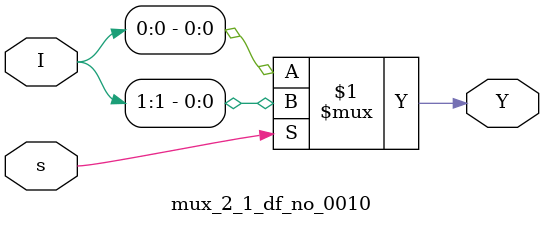
<source format=v>
`timescale 1ns / 1ps


module mux_2_1_df_no_0010(Y, I, s);
input [1:0] I;
input s;
output Y;

assign Y = s?I[1]:I[0];
endmodule

</source>
